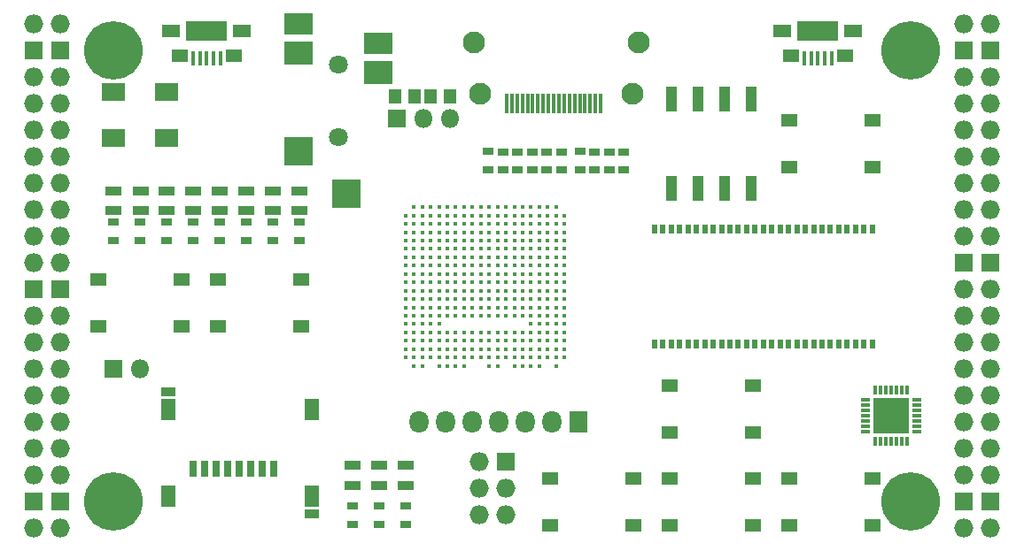
<source format=gts>
G04 #@! TF.GenerationSoftware,KiCad,Pcbnew,5.0.0-rc2+dfsg1-2*
G04 #@! TF.CreationDate,2018-06-06T21:24:22+02:00*
G04 #@! TF.ProjectId,ulx3s,756C7833732E6B696361645F70636200,rev?*
G04 #@! TF.SameCoordinates,Original*
G04 #@! TF.FileFunction,Soldermask,Top*
G04 #@! TF.FilePolarity,Negative*
%FSLAX46Y46*%
G04 Gerber Fmt 4.6, Leading zero omitted, Abs format (unit mm)*
G04 Created by KiCad (PCBNEW 5.0.0-rc2+dfsg1-2) date Wed Jun  6 21:24:22 2018*
%MOMM*%
%LPD*%
G01*
G04 APERTURE LIST*
%ADD10R,1.700000X1.300000*%
%ADD11R,0.400000X1.350000*%
%ADD12R,4.000000X1.900000*%
%ADD13R,1.600000X1.200000*%
%ADD14O,1.827200X1.827200*%
%ADD15R,1.727200X1.727200*%
%ADD16C,5.600000*%
%ADD17O,0.950000X0.400000*%
%ADD18O,0.400000X0.950000*%
%ADD19R,1.675000X1.675000*%
%ADD20R,1.727200X2.032000*%
%ADD21O,1.827200X2.132000*%
%ADD22R,1.550000X1.300000*%
%ADD23R,1.120000X2.440000*%
%ADD24C,0.430000*%
%ADD25R,2.800000X2.000000*%
%ADD26R,2.800000X2.200000*%
%ADD27R,2.800000X2.800000*%
%ADD28C,1.800000*%
%ADD29R,0.700000X1.500000*%
%ADD30R,1.450000X0.900000*%
%ADD31R,1.450000X2.000000*%
%ADD32R,2.200000X1.800000*%
%ADD33R,0.560000X0.900000*%
%ADD34R,1.000000X0.670000*%
%ADD35R,1.500000X0.970000*%
%ADD36R,0.300000X1.900000*%
%ADD37C,2.100000*%
%ADD38R,1.700000X1.700000*%
%ADD39O,1.800000X1.800000*%
%ADD40R,1.295000X1.400000*%
G04 APERTURE END LIST*
D10*
G04 #@! TO.C,US2*
X166900000Y-63325000D03*
X173700000Y-63325000D03*
D11*
X169000000Y-66000000D03*
X169650000Y-66000000D03*
X170300000Y-66000000D03*
X170950000Y-66000000D03*
X171600000Y-66000000D03*
D12*
X170300000Y-63325000D03*
D13*
X167700000Y-65725000D03*
X172900000Y-65725000D03*
G04 #@! TD*
D10*
G04 #@! TO.C,US1*
X108480000Y-63325000D03*
X115280000Y-63325000D03*
D11*
X110580000Y-66000000D03*
X111230000Y-66000000D03*
X111880000Y-66000000D03*
X112530000Y-66000000D03*
X113180000Y-66000000D03*
D12*
X111880000Y-63325000D03*
D13*
X109280000Y-65725000D03*
X114480000Y-65725000D03*
G04 #@! TD*
D14*
G04 #@! TO.C,J1*
X97910000Y-62690000D03*
X95370000Y-62690000D03*
D15*
X97910000Y-65230000D03*
X95370000Y-65230000D03*
D14*
X97910000Y-67770000D03*
X95370000Y-67770000D03*
X97910000Y-70310000D03*
X95370000Y-70310000D03*
X97910000Y-72850000D03*
X95370000Y-72850000D03*
X97910000Y-75390000D03*
X95370000Y-75390000D03*
X97910000Y-77930000D03*
X95370000Y-77930000D03*
X97910000Y-80470000D03*
X95370000Y-80470000D03*
X97910000Y-83010000D03*
X95370000Y-83010000D03*
X97910000Y-85550000D03*
X95370000Y-85550000D03*
D15*
X97910000Y-88090000D03*
X95370000Y-88090000D03*
D14*
X97910000Y-90630000D03*
X95370000Y-90630000D03*
X97910000Y-93170000D03*
X95370000Y-93170000D03*
X97910000Y-95710000D03*
X95370000Y-95710000D03*
X97910000Y-98250000D03*
X95370000Y-98250000D03*
X97910000Y-100790000D03*
X95370000Y-100790000D03*
X97910000Y-103330000D03*
X95370000Y-103330000D03*
X97910000Y-105870000D03*
X95370000Y-105870000D03*
D15*
X97910000Y-108410000D03*
X95370000Y-108410000D03*
D14*
X97910000Y-110950000D03*
X95370000Y-110950000D03*
G04 #@! TD*
G04 #@! TO.C,J2*
X184270000Y-110950000D03*
X186810000Y-110950000D03*
D15*
X184270000Y-108410000D03*
X186810000Y-108410000D03*
D14*
X184270000Y-105870000D03*
X186810000Y-105870000D03*
X184270000Y-103330000D03*
X186810000Y-103330000D03*
X184270000Y-100790000D03*
X186810000Y-100790000D03*
X184270000Y-98250000D03*
X186810000Y-98250000D03*
X184270000Y-95710000D03*
X186810000Y-95710000D03*
X184270000Y-93170000D03*
X186810000Y-93170000D03*
X184270000Y-90630000D03*
X186810000Y-90630000D03*
X184270000Y-88090000D03*
X186810000Y-88090000D03*
D15*
X184270000Y-85550000D03*
X186810000Y-85550000D03*
D14*
X184270000Y-83010000D03*
X186810000Y-83010000D03*
X184270000Y-80470000D03*
X186810000Y-80470000D03*
X184270000Y-77930000D03*
X186810000Y-77930000D03*
X184270000Y-75390000D03*
X186810000Y-75390000D03*
X184270000Y-72850000D03*
X186810000Y-72850000D03*
X184270000Y-70310000D03*
X186810000Y-70310000D03*
X184270000Y-67770000D03*
X186810000Y-67770000D03*
D15*
X184270000Y-65230000D03*
X186810000Y-65230000D03*
D14*
X184270000Y-62690000D03*
X186810000Y-62690000D03*
G04 #@! TD*
D16*
G04 #@! TO.C,H1*
X102990000Y-108410000D03*
G04 #@! TD*
G04 #@! TO.C,H2*
X179190000Y-108410000D03*
G04 #@! TD*
G04 #@! TO.C,H3*
X179190000Y-65230000D03*
G04 #@! TD*
G04 #@! TO.C,H4*
X102990000Y-65230000D03*
G04 #@! TD*
D15*
G04 #@! TO.C,J4*
X140455000Y-104600000D03*
D14*
X137915000Y-104600000D03*
X140455000Y-107140000D03*
X137915000Y-107140000D03*
X140455000Y-109680000D03*
X137915000Y-109680000D03*
G04 #@! TD*
D17*
G04 #@! TO.C,U8*
X179735000Y-101655000D03*
X179735000Y-101155000D03*
X179735000Y-100655000D03*
X179735000Y-100155000D03*
X179735000Y-99655000D03*
X179735000Y-99155000D03*
X179735000Y-98655000D03*
D18*
X178785000Y-97705000D03*
X178285000Y-97705000D03*
X177785000Y-97705000D03*
X177285000Y-97705000D03*
X176785000Y-97705000D03*
X176285000Y-97705000D03*
X175785000Y-97705000D03*
D17*
X174835000Y-98655000D03*
X174835000Y-99155000D03*
X174835000Y-99655000D03*
X174835000Y-100155000D03*
X174835000Y-100655000D03*
X174835000Y-101155000D03*
X174835000Y-101655000D03*
D18*
X175785000Y-102605000D03*
X176285000Y-102605000D03*
X176785000Y-102605000D03*
X177285000Y-102605000D03*
X177785000Y-102605000D03*
X178285000Y-102605000D03*
X178785000Y-102605000D03*
D19*
X176447500Y-99317500D03*
X176447500Y-100992500D03*
X178122500Y-99317500D03*
X178122500Y-100992500D03*
G04 #@! TD*
D20*
G04 #@! TO.C,OLED1*
X147440000Y-100790000D03*
D21*
X144900000Y-100790000D03*
X142360000Y-100790000D03*
X139820000Y-100790000D03*
X137280000Y-100790000D03*
X134740000Y-100790000D03*
X132200000Y-100790000D03*
G04 #@! TD*
D22*
G04 #@! TO.C,BTN0*
X175550000Y-71870000D03*
X175550000Y-76370000D03*
X167590000Y-76370000D03*
X167590000Y-71870000D03*
G04 #@! TD*
G04 #@! TO.C,BTN1*
X101550000Y-91610000D03*
X101550000Y-87110000D03*
X109510000Y-87110000D03*
X109510000Y-91610000D03*
G04 #@! TD*
G04 #@! TO.C,BTN2*
X112980000Y-91610000D03*
X112980000Y-87110000D03*
X120940000Y-87110000D03*
X120940000Y-91610000D03*
G04 #@! TD*
G04 #@! TO.C,BTN3*
X156160000Y-101770000D03*
X156160000Y-97270000D03*
X164120000Y-97270000D03*
X164120000Y-101770000D03*
G04 #@! TD*
G04 #@! TO.C,BTN4*
X164120000Y-106160000D03*
X164120000Y-110660000D03*
X156160000Y-110660000D03*
X156160000Y-106160000D03*
G04 #@! TD*
G04 #@! TO.C,BTN5*
X152690000Y-106160000D03*
X152690000Y-110660000D03*
X144730000Y-110660000D03*
X144730000Y-106160000D03*
G04 #@! TD*
G04 #@! TO.C,BTN6*
X175550000Y-106160000D03*
X175550000Y-110660000D03*
X167590000Y-110660000D03*
X167590000Y-106160000D03*
G04 #@! TD*
D23*
G04 #@! TO.C,SW1*
X156330000Y-78425000D03*
X163950000Y-69815000D03*
X158870000Y-78425000D03*
X161410000Y-69815000D03*
X161410000Y-78425000D03*
X158870000Y-69815000D03*
X163950000Y-78425000D03*
X156330000Y-69815000D03*
G04 #@! TD*
D24*
G04 #@! TO.C,U1*
X131680000Y-80200000D03*
X132480000Y-80200000D03*
X133280000Y-80200000D03*
X134080000Y-80200000D03*
X134880000Y-80200000D03*
X135680000Y-80200000D03*
X136480000Y-80200000D03*
X137280000Y-80200000D03*
X138080000Y-80200000D03*
X138880000Y-80200000D03*
X139680000Y-80200000D03*
X140480000Y-80200000D03*
X141280000Y-80200000D03*
X142080000Y-80200000D03*
X142880000Y-80200000D03*
X143680000Y-80200000D03*
X144480000Y-80200000D03*
X145280000Y-80200000D03*
X130880000Y-81000000D03*
X131680000Y-81000000D03*
X132480000Y-81000000D03*
X133280000Y-81000000D03*
X134080000Y-81000000D03*
X134880000Y-81000000D03*
X135680000Y-81000000D03*
X136480000Y-81000000D03*
X137280000Y-81000000D03*
X138080000Y-81000000D03*
X138880000Y-81000000D03*
X139680000Y-81000000D03*
X140480000Y-81000000D03*
X141280000Y-81000000D03*
X142080000Y-81000000D03*
X142880000Y-81000000D03*
X143680000Y-81000000D03*
X144480000Y-81000000D03*
X145280000Y-81000000D03*
X146080000Y-81000000D03*
X130880000Y-81800000D03*
X131680000Y-81800000D03*
X132480000Y-81800000D03*
X133280000Y-81800000D03*
X134080000Y-81800000D03*
X134880000Y-81800000D03*
X135680000Y-81800000D03*
X136480000Y-81800000D03*
X137280000Y-81800000D03*
X138080000Y-81800000D03*
X138880000Y-81800000D03*
X139680000Y-81800000D03*
X140480000Y-81800000D03*
X141280000Y-81800000D03*
X142080000Y-81800000D03*
X142880000Y-81800000D03*
X143680000Y-81800000D03*
X144480000Y-81800000D03*
X145280000Y-81800000D03*
X146080000Y-81800000D03*
X130880000Y-82600000D03*
X131680000Y-82600000D03*
X132480000Y-82600000D03*
X133280000Y-82600000D03*
X134080000Y-82600000D03*
X134880000Y-82600000D03*
X135680000Y-82600000D03*
X136480000Y-82600000D03*
X137280000Y-82600000D03*
X138080000Y-82600000D03*
X138880000Y-82600000D03*
X139680000Y-82600000D03*
X140480000Y-82600000D03*
X141280000Y-82600000D03*
X142080000Y-82600000D03*
X142880000Y-82600000D03*
X143680000Y-82600000D03*
X144480000Y-82600000D03*
X145280000Y-82600000D03*
X146080000Y-82600000D03*
X130880000Y-83400000D03*
X131680000Y-83400000D03*
X132480000Y-83400000D03*
X133280000Y-83400000D03*
X134080000Y-83400000D03*
X134880000Y-83400000D03*
X135680000Y-83400000D03*
X136480000Y-83400000D03*
X137280000Y-83400000D03*
X138080000Y-83400000D03*
X138880000Y-83400000D03*
X139680000Y-83400000D03*
X140480000Y-83400000D03*
X141280000Y-83400000D03*
X142080000Y-83400000D03*
X142880000Y-83400000D03*
X143680000Y-83400000D03*
X144480000Y-83400000D03*
X145280000Y-83400000D03*
X146080000Y-83400000D03*
X130880000Y-84200000D03*
X131680000Y-84200000D03*
X132480000Y-84200000D03*
X133280000Y-84200000D03*
X134080000Y-84200000D03*
X134880000Y-84200000D03*
X135680000Y-84200000D03*
X136480000Y-84200000D03*
X137280000Y-84200000D03*
X138080000Y-84200000D03*
X138880000Y-84200000D03*
X139680000Y-84200000D03*
X140480000Y-84200000D03*
X141280000Y-84200000D03*
X142080000Y-84200000D03*
X142880000Y-84200000D03*
X143680000Y-84200000D03*
X144480000Y-84200000D03*
X145280000Y-84200000D03*
X146080000Y-84200000D03*
X130880000Y-85000000D03*
X131680000Y-85000000D03*
X132480000Y-85000000D03*
X133280000Y-85000000D03*
X134080000Y-85000000D03*
X134880000Y-85000000D03*
X135680000Y-85000000D03*
X136480000Y-85000000D03*
X137280000Y-85000000D03*
X138080000Y-85000000D03*
X138880000Y-85000000D03*
X139680000Y-85000000D03*
X140480000Y-85000000D03*
X141280000Y-85000000D03*
X142080000Y-85000000D03*
X142880000Y-85000000D03*
X143680000Y-85000000D03*
X144480000Y-85000000D03*
X145280000Y-85000000D03*
X146080000Y-85000000D03*
X130880000Y-85800000D03*
X131680000Y-85800000D03*
X132480000Y-85800000D03*
X133280000Y-85800000D03*
X134080000Y-85800000D03*
X134880000Y-85800000D03*
X135680000Y-85800000D03*
X136480000Y-85800000D03*
X137280000Y-85800000D03*
X138080000Y-85800000D03*
X138880000Y-85800000D03*
X139680000Y-85800000D03*
X140480000Y-85800000D03*
X141280000Y-85800000D03*
X142080000Y-85800000D03*
X142880000Y-85800000D03*
X143680000Y-85800000D03*
X144480000Y-85800000D03*
X145280000Y-85800000D03*
X146080000Y-85800000D03*
X130880000Y-86600000D03*
X131680000Y-86600000D03*
X132480000Y-86600000D03*
X133280000Y-86600000D03*
X134080000Y-86600000D03*
X134880000Y-86600000D03*
X135680000Y-86600000D03*
X136480000Y-86600000D03*
X137280000Y-86600000D03*
X138080000Y-86600000D03*
X138880000Y-86600000D03*
X139680000Y-86600000D03*
X140480000Y-86600000D03*
X141280000Y-86600000D03*
X142080000Y-86600000D03*
X142880000Y-86600000D03*
X143680000Y-86600000D03*
X144480000Y-86600000D03*
X145280000Y-86600000D03*
X146080000Y-86600000D03*
X130880000Y-87400000D03*
X131680000Y-87400000D03*
X132480000Y-87400000D03*
X133280000Y-87400000D03*
X134080000Y-87400000D03*
X134880000Y-87400000D03*
X135680000Y-87400000D03*
X136480000Y-87400000D03*
X137280000Y-87400000D03*
X138080000Y-87400000D03*
X138880000Y-87400000D03*
X139680000Y-87400000D03*
X140480000Y-87400000D03*
X141280000Y-87400000D03*
X142080000Y-87400000D03*
X142880000Y-87400000D03*
X143680000Y-87400000D03*
X144480000Y-87400000D03*
X145280000Y-87400000D03*
X146080000Y-87400000D03*
X130880000Y-88200000D03*
X131680000Y-88200000D03*
X132480000Y-88200000D03*
X133280000Y-88200000D03*
X134080000Y-88200000D03*
X134880000Y-88200000D03*
X135680000Y-88200000D03*
X136480000Y-88200000D03*
X137280000Y-88200000D03*
X138080000Y-88200000D03*
X138880000Y-88200000D03*
X139680000Y-88200000D03*
X140480000Y-88200000D03*
X141280000Y-88200000D03*
X142080000Y-88200000D03*
X142880000Y-88200000D03*
X143680000Y-88200000D03*
X144480000Y-88200000D03*
X145280000Y-88200000D03*
X146080000Y-88200000D03*
X130880000Y-89000000D03*
X131680000Y-89000000D03*
X132480000Y-89000000D03*
X133280000Y-89000000D03*
X134080000Y-89000000D03*
X134880000Y-89000000D03*
X135680000Y-89000000D03*
X136480000Y-89000000D03*
X137280000Y-89000000D03*
X138080000Y-89000000D03*
X138880000Y-89000000D03*
X139680000Y-89000000D03*
X140480000Y-89000000D03*
X141280000Y-89000000D03*
X142080000Y-89000000D03*
X142880000Y-89000000D03*
X143680000Y-89000000D03*
X144480000Y-89000000D03*
X145280000Y-89000000D03*
X146080000Y-89000000D03*
X130880000Y-89800000D03*
X131680000Y-89800000D03*
X132480000Y-89800000D03*
X133280000Y-89800000D03*
X134080000Y-89800000D03*
X134880000Y-89800000D03*
X135680000Y-89800000D03*
X136480000Y-89800000D03*
X137280000Y-89800000D03*
X138080000Y-89800000D03*
X138880000Y-89800000D03*
X139680000Y-89800000D03*
X140480000Y-89800000D03*
X141280000Y-89800000D03*
X142080000Y-89800000D03*
X142880000Y-89800000D03*
X143680000Y-89800000D03*
X144480000Y-89800000D03*
X145280000Y-89800000D03*
X146080000Y-89800000D03*
X130880000Y-90600000D03*
X131680000Y-90600000D03*
X132480000Y-90600000D03*
X133280000Y-90600000D03*
X134080000Y-90600000D03*
X134880000Y-90600000D03*
X135680000Y-90600000D03*
X136480000Y-90600000D03*
X137280000Y-90600000D03*
X138080000Y-90600000D03*
X138880000Y-90600000D03*
X139680000Y-90600000D03*
X140480000Y-90600000D03*
X141280000Y-90600000D03*
X142080000Y-90600000D03*
X142880000Y-90600000D03*
X143680000Y-90600000D03*
X144480000Y-90600000D03*
X145280000Y-90600000D03*
X146080000Y-90600000D03*
X130880000Y-91400000D03*
X131680000Y-91400000D03*
X132480000Y-91400000D03*
X133280000Y-91400000D03*
X134080000Y-91400000D03*
X142880000Y-91400000D03*
X143680000Y-91400000D03*
X144480000Y-91400000D03*
X145280000Y-91400000D03*
X146080000Y-91400000D03*
X130880000Y-92200000D03*
X131680000Y-92200000D03*
X132480000Y-92200000D03*
X133280000Y-92200000D03*
X134080000Y-92200000D03*
X134880000Y-92200000D03*
X135680000Y-92200000D03*
X136480000Y-92200000D03*
X137280000Y-92200000D03*
X138080000Y-92200000D03*
X138880000Y-92200000D03*
X139680000Y-92200000D03*
X140480000Y-92200000D03*
X141280000Y-92200000D03*
X142080000Y-92200000D03*
X142880000Y-92200000D03*
X143680000Y-92200000D03*
X144480000Y-92200000D03*
X145280000Y-92200000D03*
X146080000Y-92200000D03*
X130880000Y-93000000D03*
X131680000Y-93000000D03*
X132480000Y-93000000D03*
X133280000Y-93000000D03*
X134080000Y-93000000D03*
X134880000Y-93000000D03*
X135680000Y-93000000D03*
X136480000Y-93000000D03*
X137280000Y-93000000D03*
X138080000Y-93000000D03*
X138880000Y-93000000D03*
X139680000Y-93000000D03*
X140480000Y-93000000D03*
X141280000Y-93000000D03*
X142080000Y-93000000D03*
X142880000Y-93000000D03*
X143680000Y-93000000D03*
X144480000Y-93000000D03*
X145280000Y-93000000D03*
X146080000Y-93000000D03*
X130880000Y-93800000D03*
X131680000Y-93800000D03*
X132480000Y-93800000D03*
X133280000Y-93800000D03*
X134080000Y-93800000D03*
X134880000Y-93800000D03*
X135680000Y-93800000D03*
X136480000Y-93800000D03*
X137280000Y-93800000D03*
X138080000Y-93800000D03*
X138880000Y-93800000D03*
X139680000Y-93800000D03*
X140480000Y-93800000D03*
X141280000Y-93800000D03*
X142080000Y-93800000D03*
X142880000Y-93800000D03*
X143680000Y-93800000D03*
X144480000Y-93800000D03*
X145280000Y-93800000D03*
X146080000Y-93800000D03*
X130880000Y-94600000D03*
X131680000Y-94600000D03*
X132480000Y-94600000D03*
X133280000Y-94600000D03*
X134080000Y-94600000D03*
X134880000Y-94600000D03*
X135680000Y-94600000D03*
X136480000Y-94600000D03*
X137280000Y-94600000D03*
X138080000Y-94600000D03*
X138880000Y-94600000D03*
X139680000Y-94600000D03*
X140480000Y-94600000D03*
X141280000Y-94600000D03*
X142080000Y-94600000D03*
X142880000Y-94600000D03*
X143680000Y-94600000D03*
X144480000Y-94600000D03*
X145280000Y-94600000D03*
X146080000Y-94600000D03*
X131680000Y-95400000D03*
X132480000Y-95400000D03*
X134080000Y-95400000D03*
X134880000Y-95400000D03*
X135680000Y-95400000D03*
X136480000Y-95400000D03*
X138880000Y-95400000D03*
X139680000Y-95400000D03*
X141280000Y-95400000D03*
X142080000Y-95400000D03*
X142880000Y-95400000D03*
X143680000Y-95400000D03*
X145280000Y-95400000D03*
G04 #@! TD*
D25*
G04 #@! TO.C,AUDIO1*
X120668000Y-62618000D03*
D26*
X120668000Y-65418000D03*
D27*
X120668000Y-74818000D03*
X125218000Y-78918000D03*
D26*
X128268000Y-67318000D03*
D25*
X128268000Y-64518000D03*
D28*
X124468000Y-66518000D03*
X124468000Y-73518000D03*
G04 #@! TD*
D29*
G04 #@! TO.C,SD1*
X118250000Y-105250000D03*
X117150000Y-105250000D03*
X116050000Y-105250000D03*
X114950000Y-105250000D03*
X113850000Y-105250000D03*
X112750000Y-105250000D03*
X111650000Y-105250000D03*
X110550000Y-105250000D03*
D30*
X121925000Y-109550000D03*
X108175000Y-97850000D03*
D31*
X108175000Y-107850000D03*
X121925000Y-107850000D03*
X121925000Y-99550000D03*
X108175000Y-99550000D03*
G04 #@! TD*
D32*
G04 #@! TO.C,Y1*
X108040000Y-69220000D03*
X102960000Y-69220000D03*
X102960000Y-73620000D03*
X108040000Y-73620000D03*
G04 #@! TD*
D33*
G04 #@! TO.C,U2*
X175493000Y-82270000D03*
X154693000Y-93330000D03*
X155493000Y-93330000D03*
X156293000Y-93330000D03*
X157093000Y-93330000D03*
X157893000Y-93330000D03*
X158693000Y-93330000D03*
X159493000Y-93330000D03*
X160293000Y-93330000D03*
X161093000Y-93330000D03*
X161893000Y-93330000D03*
X162693000Y-93330000D03*
X163493000Y-93330000D03*
X164293000Y-93330000D03*
X165093000Y-93330000D03*
X165893000Y-93330000D03*
X166693000Y-93330000D03*
X167493000Y-93330000D03*
X168293000Y-93330000D03*
X169093000Y-93330000D03*
X169893000Y-93330000D03*
X170693000Y-93330000D03*
X171493000Y-93330000D03*
X172293000Y-93330000D03*
X173093000Y-93330000D03*
X173893000Y-93330000D03*
X174693000Y-93330000D03*
X175493000Y-93330000D03*
X174693000Y-82270000D03*
X173893000Y-82270000D03*
X173093000Y-82270000D03*
X172293000Y-82270000D03*
X171493000Y-82270000D03*
X170693000Y-82270000D03*
X169893000Y-82270000D03*
X169093000Y-82270000D03*
X168293000Y-82270000D03*
X167493000Y-82270000D03*
X166693000Y-82270000D03*
X165893000Y-82270000D03*
X165093000Y-82270000D03*
X164293000Y-82270000D03*
X163493000Y-82270000D03*
X162693000Y-82270000D03*
X161893000Y-82270000D03*
X161093000Y-82270000D03*
X160293000Y-82270000D03*
X159493000Y-82270000D03*
X158693000Y-82270000D03*
X157893000Y-82270000D03*
X157093000Y-82270000D03*
X156293000Y-82270000D03*
X155493000Y-82270000D03*
X154693000Y-82270000D03*
G04 #@! TD*
D34*
G04 #@! TO.C,C36*
X150361000Y-76646000D03*
X150361000Y-74896000D03*
G04 #@! TD*
G04 #@! TO.C,C37*
X151758000Y-74896000D03*
X151758000Y-76646000D03*
G04 #@! TD*
G04 #@! TO.C,C38*
X140201000Y-74896000D03*
X140201000Y-76646000D03*
G04 #@! TD*
G04 #@! TO.C,C39*
X142995000Y-76646000D03*
X142995000Y-74896000D03*
G04 #@! TD*
G04 #@! TO.C,C40*
X145789000Y-76646000D03*
X145789000Y-74896000D03*
G04 #@! TD*
G04 #@! TO.C,C41*
X148964000Y-74896000D03*
X148964000Y-76646000D03*
G04 #@! TD*
G04 #@! TO.C,C42*
X138742800Y-76638600D03*
X138742800Y-74888600D03*
G04 #@! TD*
G04 #@! TO.C,C43*
X141598000Y-74896000D03*
X141598000Y-76646000D03*
G04 #@! TD*
G04 #@! TO.C,C44*
X144392000Y-74896000D03*
X144392000Y-76646000D03*
G04 #@! TD*
G04 #@! TO.C,C45*
X147567000Y-76634000D03*
X147567000Y-74884000D03*
G04 #@! TD*
D35*
G04 #@! TO.C,D19*
X130930000Y-106825000D03*
X130930000Y-104915000D03*
G04 #@! TD*
G04 #@! TO.C,D0*
X120770000Y-78644000D03*
X120770000Y-80554000D03*
G04 #@! TD*
G04 #@! TO.C,D1*
X118230000Y-80554000D03*
X118230000Y-78644000D03*
G04 #@! TD*
G04 #@! TO.C,D2*
X115690000Y-78644000D03*
X115690000Y-80554000D03*
G04 #@! TD*
G04 #@! TO.C,D3*
X113150000Y-78644000D03*
X113150000Y-80554000D03*
G04 #@! TD*
G04 #@! TO.C,D4*
X110610000Y-80554000D03*
X110610000Y-78644000D03*
G04 #@! TD*
G04 #@! TO.C,D5*
X108070000Y-80554000D03*
X108070000Y-78644000D03*
G04 #@! TD*
G04 #@! TO.C,D6*
X105545000Y-78644000D03*
X105545000Y-80554000D03*
G04 #@! TD*
G04 #@! TO.C,D7*
X102990000Y-80554000D03*
X102990000Y-78644000D03*
G04 #@! TD*
G04 #@! TO.C,D18*
X128390000Y-106825000D03*
X128390000Y-104915000D03*
G04 #@! TD*
G04 #@! TO.C,D22*
X125850000Y-104915000D03*
X125850000Y-106825000D03*
G04 #@! TD*
D36*
G04 #@! TO.C,GPDI1*
X149546000Y-70312000D03*
X149046000Y-70312000D03*
X148546000Y-70312000D03*
X148046000Y-70312000D03*
X147546000Y-70312000D03*
X147046000Y-70312000D03*
X146546000Y-70312000D03*
X146046000Y-70312000D03*
X145546000Y-70312000D03*
X145046000Y-70312000D03*
X144546000Y-70312000D03*
X144046000Y-70312000D03*
X143546000Y-70312000D03*
X143046000Y-70312000D03*
X142546000Y-70312000D03*
X142046000Y-70312000D03*
X141546000Y-70312000D03*
X141046000Y-70312000D03*
X140546000Y-70312000D03*
D37*
X152546000Y-69312000D03*
X138046000Y-69312000D03*
X153146000Y-64412000D03*
X137446000Y-64412000D03*
G04 #@! TD*
D34*
G04 #@! TO.C,R41*
X120770000Y-83377000D03*
X120770000Y-81627000D03*
G04 #@! TD*
G04 #@! TO.C,R42*
X118230000Y-81627000D03*
X118230000Y-83377000D03*
G04 #@! TD*
G04 #@! TO.C,R43*
X115690000Y-83377000D03*
X115690000Y-81627000D03*
G04 #@! TD*
G04 #@! TO.C,R44*
X113150000Y-81627000D03*
X113150000Y-83377000D03*
G04 #@! TD*
G04 #@! TO.C,R45*
X110610000Y-81627000D03*
X110610000Y-83377000D03*
G04 #@! TD*
G04 #@! TO.C,R46*
X108070000Y-83377000D03*
X108070000Y-81627000D03*
G04 #@! TD*
G04 #@! TO.C,R47*
X105530000Y-81627000D03*
X105530000Y-83377000D03*
G04 #@! TD*
G04 #@! TO.C,R48*
X102990000Y-83377000D03*
X102990000Y-81627000D03*
G04 #@! TD*
G04 #@! TO.C,R36*
X128390000Y-110555000D03*
X128390000Y-108805000D03*
G04 #@! TD*
G04 #@! TO.C,R37*
X130930000Y-110555000D03*
X130930000Y-108805000D03*
G04 #@! TD*
G04 #@! TO.C,R62*
X125850000Y-108805000D03*
X125850000Y-110555000D03*
G04 #@! TD*
D38*
G04 #@! TO.C,J3*
X102990000Y-95710000D03*
D39*
X105530000Y-95710000D03*
G04 #@! TD*
D38*
G04 #@! TO.C,J5*
X130056000Y-71725000D03*
D39*
X132596000Y-71725000D03*
X135136000Y-71725000D03*
G04 #@! TD*
D40*
G04 #@! TO.C,RV2*
X131785500Y-69566000D03*
X129850500Y-69566000D03*
G04 #@! TD*
G04 #@! TO.C,RV3*
X133231000Y-69566000D03*
X135166000Y-69566000D03*
G04 #@! TD*
M02*

</source>
